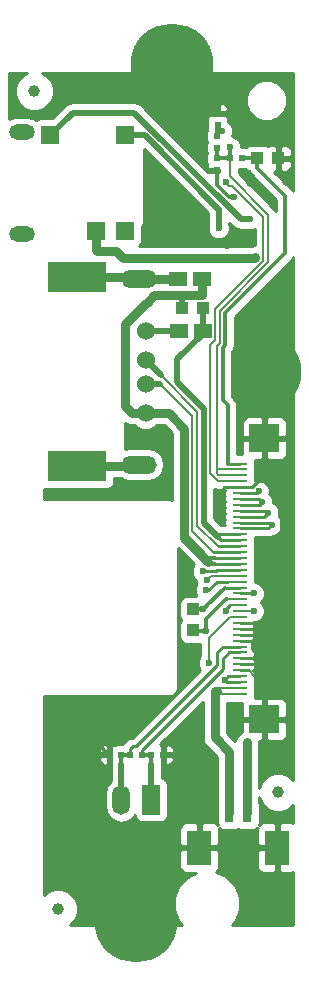
<source format=gbr>
G04 #@! TF.FileFunction,Copper,L1,Top,Signal*
%FSLAX46Y46*%
G04 Gerber Fmt 4.6, Leading zero omitted, Abs format (unit mm)*
G04 Created by KiCad (PCBNEW no-vcs-found-undefined) date Tue Nov  8 14:51:07 2016*
%MOMM*%
%LPD*%
G01*
G04 APERTURE LIST*
%ADD10C,0.600000*%
%ADD11R,1.300000X0.250000*%
%ADD12R,2.600000X2.400000*%
%ADD13C,0.900000*%
%ADD14C,7.000000*%
%ADD15C,6.000000*%
%ADD16R,0.800000X1.600000*%
%ADD17R,2.100000X3.000000*%
%ADD18C,1.000000*%
%ADD19R,1.016000X1.016000*%
%ADD20R,0.500000X0.550000*%
%ADD21R,1.524000X1.270000*%
%ADD22R,1.500000X2.500000*%
%ADD23O,1.500000X2.500000*%
%ADD24R,0.550000X0.500000*%
%ADD25O,2.200000X1.300000*%
%ADD26R,1.600000X1.530000*%
%ADD27R,2.400000X2.400000*%
%ADD28R,5.000000X2.600000*%
%ADD29C,1.524000*%
%ADD30O,3.000000X1.524000*%
%ADD31C,0.600000*%
%ADD32C,0.250000*%
%ADD33C,0.508000*%
%ADD34C,0.304800*%
%ADD35C,0.762000*%
%ADD36C,0.203200*%
%ADD37C,0.254000*%
G04 APERTURE END LIST*
D10*
D11*
X119750000Y-133750000D03*
X119750000Y-134250000D03*
X119750000Y-134750000D03*
X119750000Y-135250000D03*
X119750000Y-135750000D03*
X119750000Y-136250000D03*
X119750000Y-136750000D03*
X119750000Y-137250000D03*
X119750000Y-137750000D03*
X119750000Y-138250000D03*
X119750000Y-138750000D03*
X119750000Y-139250000D03*
X119750000Y-139750000D03*
X119750000Y-140250000D03*
X119750000Y-140750000D03*
X119750000Y-141250000D03*
X119750000Y-141750000D03*
X119750000Y-142250000D03*
X119750000Y-142750000D03*
X119750000Y-143250000D03*
X119750000Y-143750000D03*
X119750000Y-144250000D03*
X119750000Y-144750000D03*
X119750000Y-145250000D03*
X119750000Y-145750000D03*
X119750000Y-146250000D03*
X119750000Y-146750000D03*
X119750000Y-147250000D03*
X119750000Y-147750000D03*
X119750000Y-148250000D03*
X119750000Y-148750000D03*
X119750000Y-149250000D03*
X119750000Y-149750000D03*
X119750000Y-150250000D03*
X119750000Y-150750000D03*
X119750000Y-151250000D03*
X119750000Y-151750000D03*
X119750000Y-152250000D03*
X119750000Y-152750000D03*
X119750000Y-153250000D03*
D12*
X121850000Y-131600000D03*
X121850000Y-155400000D03*
D13*
X121650000Y-148000000D03*
X121600000Y-149300000D03*
X121650000Y-150550000D03*
X115750000Y-155850000D03*
X123799600Y-109804200D03*
X120700800Y-109931200D03*
X118643400Y-115189000D03*
X113842800Y-114884200D03*
X121615200Y-151739600D03*
X122800000Y-142000000D03*
X122800000Y-140900000D03*
X111125000Y-136118600D03*
D14*
X114000000Y-100000000D03*
X111000000Y-172500000D03*
D15*
X122000000Y-126000000D03*
D16*
X118884000Y-163367000D03*
X120384000Y-163367000D03*
D17*
X116334000Y-166267000D03*
X122934000Y-166267000D03*
D18*
X104394000Y-171458000D03*
X102362000Y-102235000D03*
X123012200Y-161594800D03*
D19*
X116636800Y-120599200D03*
X114858800Y-120599200D03*
D20*
X108712000Y-158419800D03*
X109728000Y-158419800D03*
X112268000Y-158419800D03*
X113284000Y-158419800D03*
X110490000Y-158419800D03*
X111506000Y-158419800D03*
D19*
X115800000Y-147889000D03*
X115800000Y-146111000D03*
D21*
X116560600Y-118135400D03*
X114528600Y-118135400D03*
X116611400Y-122504200D03*
X114579400Y-122504200D03*
D22*
X112268001Y-162229800D03*
D23*
X109728001Y-162229800D03*
D19*
X123012200Y-107899200D03*
X121234200Y-107899200D03*
D24*
X117856000Y-106045000D03*
X117856000Y-107061000D03*
X117856000Y-107899200D03*
X117856000Y-108915200D03*
X117881400Y-105130600D03*
X117881400Y-104114600D03*
D20*
X119938800Y-107899200D03*
X118922800Y-107899200D03*
D13*
X109067600Y-136093200D03*
D25*
X101300000Y-114300000D03*
X101300000Y-105700000D03*
D26*
X103700000Y-105935000D03*
X107550000Y-114065000D03*
X110050000Y-105935000D03*
X110050000Y-114065000D03*
D27*
X106400000Y-134000000D03*
D28*
X106000000Y-134000000D03*
X106000000Y-118000000D03*
D29*
X111800000Y-122500000D03*
X111800000Y-125000000D03*
X111800000Y-127000000D03*
X111800000Y-129500000D03*
D30*
X111200000Y-118150000D03*
X111200000Y-133850000D03*
D27*
X106400000Y-118000000D03*
D31*
X118050000Y-136150000D03*
X108800000Y-155200000D03*
X119253000Y-111226600D03*
X118287800Y-105613200D03*
X118560904Y-109937496D03*
X118948200Y-106984800D03*
X116898004Y-147898004D03*
X116681293Y-146087261D03*
X122483600Y-138958600D03*
X121664420Y-137034580D03*
X120588286Y-113080800D03*
X122166857Y-137914857D03*
X121081800Y-116281200D03*
X121350000Y-136100000D03*
X117967923Y-113834810D03*
X116616978Y-142879599D03*
X116956790Y-143649085D03*
X116866013Y-144477071D03*
X120950000Y-144750000D03*
X118599998Y-146200000D03*
X120950000Y-146250000D03*
X118500006Y-152050000D03*
X120396000Y-157353000D03*
X117133051Y-150633051D03*
D32*
X118750000Y-139750000D02*
X119750000Y-139750000D01*
X118750000Y-140250000D02*
X119750000Y-140250000D01*
X118750000Y-140250000D02*
X118182550Y-140250000D01*
X118182550Y-140250000D02*
X117883975Y-139951425D01*
X118750000Y-139750000D02*
X118085400Y-139750000D01*
X118085400Y-139750000D02*
X117883975Y-139951425D01*
D33*
X116611400Y-122504200D02*
X116611400Y-122783952D01*
X116611400Y-122783952D02*
X114452400Y-124942952D01*
X114452400Y-124942952D02*
X114452400Y-126866650D01*
X114452400Y-126866650D02*
X116706481Y-129120730D01*
X116706481Y-129120730D02*
X116706481Y-138773931D01*
X116706481Y-138773931D02*
X117883975Y-139951425D01*
X116636800Y-120599200D02*
X116636800Y-122478800D01*
X116636800Y-122478800D02*
X116611400Y-122504200D01*
D32*
X118750000Y-141750000D02*
X119750000Y-141750000D01*
X118750000Y-142250000D02*
X119750000Y-142250000D01*
D34*
X117700000Y-142250000D02*
X117256400Y-142250000D01*
D32*
X118750000Y-142250000D02*
X117700000Y-142250000D01*
D34*
X117700000Y-141750000D02*
X117112000Y-141750000D01*
D32*
X118750000Y-141750000D02*
X117700000Y-141750000D01*
D35*
X116476192Y-119447992D02*
X114960400Y-119447992D01*
X114960400Y-119447992D02*
X112539310Y-119447992D01*
D33*
X114858800Y-120599200D02*
X114858800Y-119549592D01*
X114858800Y-119549592D02*
X114960400Y-119447992D01*
D35*
X116538399Y-119510199D02*
X116476192Y-119447992D01*
X112539310Y-119447992D02*
X111865284Y-120122018D01*
X111865284Y-120122018D02*
X111846504Y-120122018D01*
X111846504Y-120122018D02*
X110032800Y-121935722D01*
X110032800Y-121935722D02*
X110032800Y-128879600D01*
X110032800Y-128879600D02*
X110653200Y-129500000D01*
X110653200Y-129500000D02*
X111800000Y-129500000D01*
X116560600Y-118135400D02*
X116560600Y-119510199D01*
X111800000Y-129500000D02*
X113777400Y-129500000D01*
X113777400Y-129500000D02*
X115065049Y-130787649D01*
X115065049Y-130787649D02*
X115065049Y-140030154D01*
X115065049Y-140030154D02*
X117083719Y-142048824D01*
D34*
X117256400Y-142250000D02*
X117112000Y-142067390D01*
X117112000Y-142067390D02*
X117112000Y-142105600D01*
D35*
X117112000Y-142054958D02*
X117112000Y-142067390D01*
D34*
X117112000Y-142105600D02*
X117112000Y-141750000D01*
X117112000Y-141750000D02*
X115189000Y-139827000D01*
X115189000Y-139827000D02*
X115189000Y-139808669D01*
X115189000Y-139808669D02*
X114993052Y-139612721D01*
D32*
X119750000Y-135750000D02*
X120774998Y-135750000D01*
X120774998Y-135750000D02*
X121274998Y-135250000D01*
X121274998Y-135250000D02*
X121800000Y-135250000D01*
X121800000Y-135250000D02*
X123249999Y-136699999D01*
X123249999Y-136699999D02*
X123249999Y-140450001D01*
X123249999Y-140450001D02*
X122800000Y-140900000D01*
X119750000Y-135750000D02*
X118450000Y-135750000D01*
X118450000Y-135750000D02*
X118050000Y-136150000D01*
X119750000Y-148750000D02*
X120650000Y-148750000D01*
X120655490Y-148744510D02*
X121000000Y-148744510D01*
X120650000Y-148750000D02*
X120655490Y-148744510D01*
X121000000Y-147750000D02*
X121000000Y-148250000D01*
X121000000Y-148250000D02*
X121000000Y-148744510D01*
X119750000Y-148250000D02*
X121000000Y-148250000D01*
X121000000Y-147250000D02*
X121000000Y-147750000D01*
X121000000Y-148744510D02*
X120963484Y-148781026D01*
X119750000Y-147750000D02*
X121000000Y-147750000D01*
X119750000Y-147250000D02*
X121000000Y-147250000D01*
X119750000Y-150250000D02*
X121453800Y-150250000D01*
X121453800Y-150250000D02*
X121615200Y-150088600D01*
X119750000Y-150750000D02*
X121362200Y-150750000D01*
X119750000Y-151250000D02*
X120527070Y-151250000D01*
X120527070Y-151250000D02*
X120534070Y-151257000D01*
X108712000Y-158419800D02*
X108712000Y-155288000D01*
X108712000Y-155288000D02*
X108800000Y-155200000D01*
D36*
X120534070Y-151257000D02*
X120978804Y-151701734D01*
X120978804Y-151701734D02*
X120978804Y-151739600D01*
X120978804Y-151739600D02*
X121615200Y-151739600D01*
D33*
X117881400Y-104114600D02*
X117856400Y-104114600D01*
X117856400Y-104114600D02*
X114000000Y-100258200D01*
X114000000Y-100258200D02*
X114000000Y-100000000D01*
D34*
X117856000Y-108915200D02*
X117856000Y-110198146D01*
X118884454Y-111226600D02*
X119253000Y-111226600D01*
X117856000Y-110198146D02*
X118884454Y-111226600D01*
D33*
X121615200Y-150088600D02*
X121615200Y-151003000D01*
X121615200Y-151003000D02*
X121615200Y-151739600D01*
X121362200Y-150750000D02*
X121615200Y-151003000D01*
X120963484Y-149436884D02*
X121615200Y-150088600D01*
X120963484Y-148781026D02*
X120963484Y-149436884D01*
D32*
X123367800Y-127367800D02*
X122000000Y-126000000D01*
X104500000Y-153408600D02*
X104500000Y-154258600D01*
X104500000Y-154258600D02*
X108661200Y-158419800D01*
X108661200Y-158419800D02*
X108712000Y-158419800D01*
X117850000Y-149750000D02*
X117850000Y-150800000D01*
X117850000Y-150800000D02*
X110950000Y-157700000D01*
X110950000Y-157700000D02*
X110684800Y-157700000D01*
X119750000Y-149250000D02*
X118350000Y-149250000D01*
X118350000Y-149250000D02*
X117850000Y-149750000D01*
X110684800Y-157700000D02*
X110490000Y-157894800D01*
X110490000Y-157894800D02*
X110490000Y-158419800D01*
D34*
X110490000Y-158419800D02*
X110490000Y-158394800D01*
X109728000Y-158419800D02*
X109728000Y-158999600D01*
X109728000Y-158999600D02*
X109728000Y-159232600D01*
X110490000Y-158419800D02*
X109728000Y-158419800D01*
D33*
X109728000Y-160471799D02*
X109728000Y-159232600D01*
X109728001Y-162229800D02*
X109728000Y-160471799D01*
D32*
X119750000Y-149750000D02*
X118850000Y-149750000D01*
X118850000Y-149750000D02*
X118335187Y-150264813D01*
X118335187Y-150264813D02*
X118335187Y-151160508D01*
X118335187Y-151160508D02*
X111506000Y-157989694D01*
X111506000Y-157989694D02*
X111506000Y-158419800D01*
D34*
X112268000Y-158419800D02*
X112268000Y-159232600D01*
X111506000Y-158419800D02*
X112268000Y-158419800D01*
D33*
X112268000Y-160471799D02*
X112268000Y-159232600D01*
X112268001Y-162229800D02*
X112268000Y-160471799D01*
D34*
X118750001Y-128809974D02*
X118750000Y-133750000D01*
X118755218Y-128804758D02*
X118750001Y-128809974D01*
X118532223Y-123735553D02*
X118301483Y-123966293D01*
X118532223Y-121017777D02*
X118532223Y-123735553D01*
X121234200Y-108712000D02*
X123601373Y-111079173D01*
X123601373Y-115948627D02*
X118532223Y-121017777D01*
X118301483Y-123966293D02*
X118301483Y-128351024D01*
X121234200Y-107899200D02*
X121234200Y-108712000D01*
X118301483Y-128351024D02*
X118755218Y-128804758D01*
X123601373Y-111079173D02*
X123601373Y-115948627D01*
D32*
X119750000Y-133750000D02*
X118750000Y-133750000D01*
D34*
X119938800Y-107899200D02*
X121234200Y-107899200D01*
D36*
X117932118Y-135250000D02*
X118896800Y-135250000D01*
X118896800Y-135250000D02*
X119750000Y-135250000D01*
X118560904Y-109937496D02*
X118860903Y-110237495D01*
X117675001Y-120653355D02*
X117675001Y-123312705D01*
X117262091Y-123725615D02*
X117262091Y-134579973D01*
X121764409Y-112874409D02*
X121764409Y-116563947D01*
X118860903Y-110237495D02*
X119127495Y-110237495D01*
X119127495Y-110237495D02*
X121764409Y-112874409D01*
X117262091Y-134579973D02*
X117932118Y-135250000D01*
X121764409Y-116563947D02*
X117675001Y-120653355D01*
X117675001Y-123312705D02*
X117262091Y-123725615D01*
D34*
X117856000Y-106045000D02*
X117856000Y-105613200D01*
X117856000Y-105613200D02*
X117856000Y-105156000D01*
D36*
X118287800Y-105613200D02*
X117856000Y-105613200D01*
D34*
X117856000Y-105156000D02*
X117881400Y-105130600D01*
D36*
X122167620Y-112693420D02*
X118922800Y-109448600D01*
X118078212Y-123547496D02*
X118078212Y-120820370D01*
X117798399Y-134151599D02*
X117798399Y-123827309D01*
X122167620Y-116730962D02*
X122167620Y-112693420D01*
X118922800Y-109448600D02*
X118922800Y-108377400D01*
X117798399Y-123827309D02*
X118078212Y-123547496D01*
X118078212Y-120820370D02*
X122167620Y-116730962D01*
X118922800Y-108377400D02*
X118922800Y-107899200D01*
X118750000Y-134250000D02*
X119750000Y-134250000D01*
X118750000Y-134750000D02*
X119750000Y-134750000D01*
X117948542Y-134696200D02*
X117798399Y-134546057D01*
X117798399Y-134546057D02*
X117798399Y-134151599D01*
X118011400Y-134750000D02*
X117957600Y-134696200D01*
X117957600Y-134696200D02*
X117948542Y-134696200D01*
X118750000Y-134750000D02*
X118011400Y-134750000D01*
X118750000Y-134250000D02*
X117896800Y-134250000D01*
X117896800Y-134250000D02*
X117798399Y-134151599D01*
D34*
X118922800Y-107899200D02*
X118922800Y-107010200D01*
X118922800Y-107010200D02*
X118948200Y-106984800D01*
X117856000Y-107899200D02*
X117856000Y-107061000D01*
X118922800Y-107899200D02*
X117856000Y-107899200D01*
X116898004Y-147898004D02*
X115809004Y-147898004D01*
X115809004Y-147898004D02*
X115800000Y-147889000D01*
X116898004Y-147898004D02*
X116898004Y-146936440D01*
X116898004Y-146936440D02*
X118584444Y-145250000D01*
X118584444Y-145250000D02*
X118659628Y-145250000D01*
D36*
X118896800Y-145250000D02*
X119750000Y-145250000D01*
X118659628Y-145250000D02*
X118896800Y-145250000D01*
D34*
X116681293Y-146087261D02*
X116981292Y-145787262D01*
X116981292Y-145787262D02*
X116981292Y-145768708D01*
X116981292Y-145768708D02*
X118500000Y-144250000D01*
X115800000Y-146111000D02*
X116657554Y-146111000D01*
X116657554Y-146111000D02*
X116681293Y-146087261D01*
D32*
X118500000Y-144250000D02*
X119750000Y-144250000D01*
X119750000Y-139250000D02*
X122192200Y-139250000D01*
X122192200Y-139250000D02*
X122483600Y-138958600D01*
X119750000Y-138750000D02*
X122275000Y-138750000D01*
X122275000Y-138750000D02*
X122483600Y-138958600D01*
D33*
X120164022Y-113080800D02*
X120588286Y-113080800D01*
X110831403Y-104063800D02*
X119848403Y-113080800D01*
X105606200Y-104063800D02*
X110831403Y-104063800D01*
X103735000Y-105935000D02*
X105606200Y-104063800D01*
X103700000Y-105935000D02*
X103735000Y-105935000D01*
X119848403Y-113080800D02*
X120164022Y-113080800D01*
D32*
X119750000Y-137250000D02*
X121449000Y-137250000D01*
X121449000Y-137250000D02*
X121664420Y-137034580D01*
X119750000Y-136750000D02*
X121379840Y-136750000D01*
X121379840Y-136750000D02*
X121664420Y-137034580D01*
D33*
X104150000Y-105935000D02*
X104185000Y-105935000D01*
D32*
X119750000Y-138250000D02*
X121831714Y-138250000D01*
X121831714Y-138250000D02*
X122166857Y-137914857D01*
X119750000Y-137750000D02*
X122002000Y-137750000D01*
X122002000Y-137750000D02*
X122166857Y-137914857D01*
D35*
X107708000Y-115792000D02*
X107550000Y-115634000D01*
X107550000Y-115634000D02*
X107550000Y-114065000D01*
X109312000Y-115792000D02*
X107708000Y-115792000D01*
X121081800Y-116281200D02*
X121031000Y-116332000D01*
X121031000Y-116332000D02*
X109852000Y-116332000D01*
X109852000Y-116332000D02*
X109312000Y-115792000D01*
D33*
X117950000Y-112200000D02*
X117967923Y-112217923D01*
X111701327Y-105935000D02*
X117950000Y-112183673D01*
X117950000Y-112183673D02*
X117950000Y-112200000D01*
X117967923Y-112217923D02*
X117967923Y-113834810D01*
D32*
X121200000Y-136250000D02*
X121350000Y-136100000D01*
X119750000Y-136250000D02*
X121200000Y-136250000D01*
D33*
X111701327Y-105935000D02*
X110050000Y-105935000D01*
X110500000Y-105935000D02*
X111701327Y-105935000D01*
X111800000Y-122500000D02*
X114575200Y-122500000D01*
X114575200Y-122500000D02*
X114579400Y-122504200D01*
D32*
X118750000Y-142750000D02*
X119750000Y-142750000D01*
X118750000Y-142750000D02*
X117850000Y-142750000D01*
X117776610Y-142823390D02*
X116673187Y-142823390D01*
X117850000Y-142750000D02*
X117776610Y-142823390D01*
X116673187Y-142823390D02*
X116616978Y-142879599D01*
D36*
X118750000Y-143250000D02*
X119750000Y-143250000D01*
X117355875Y-143250000D02*
X117256789Y-143349086D01*
X118750000Y-143250000D02*
X117355875Y-143250000D01*
X117256789Y-143349086D02*
X116956790Y-143649085D01*
X118750000Y-143250000D02*
X117506400Y-143250000D01*
X118750000Y-143750000D02*
X119750000Y-143750000D01*
D32*
X117800335Y-143750000D02*
X117073264Y-144477071D01*
X118750000Y-143750000D02*
X117800335Y-143750000D01*
X117073264Y-144477071D02*
X116866013Y-144477071D01*
D36*
X118750000Y-143750000D02*
X117896800Y-143750000D01*
D32*
X120950000Y-144750000D02*
X119750000Y-144750000D01*
X118896800Y-145753200D02*
X118599998Y-146050002D01*
X118599998Y-146050002D02*
X118599998Y-146200000D01*
X118896800Y-145750000D02*
X118896800Y-145753200D01*
D36*
X118896800Y-145750000D02*
X119750000Y-145750000D01*
X120950000Y-146250000D02*
X119750000Y-146250000D01*
D32*
X117896800Y-140750000D02*
X118800000Y-140750000D01*
X118800000Y-140750000D02*
X119750000Y-140750000D01*
D36*
X116150871Y-129350871D02*
X116150871Y-139004071D01*
X116150871Y-139004071D02*
X117896800Y-140750000D01*
X113080800Y-126280800D02*
X116150871Y-129350871D01*
D33*
X111800000Y-125000000D02*
X112561999Y-125761999D01*
X112561999Y-125761999D02*
X113080800Y-126280800D01*
D32*
X118750000Y-141250000D02*
X119750000Y-141250000D01*
X118750000Y-141250000D02*
X117518711Y-141250000D01*
D36*
X115747660Y-139478949D02*
X117518711Y-141250000D01*
X115747660Y-129768460D02*
X115747660Y-139478949D01*
X112979200Y-127000000D02*
X115747660Y-129768460D01*
D33*
X111800000Y-127000000D02*
X112979200Y-127000000D01*
D32*
X119750000Y-152250000D02*
X118700006Y-152250000D01*
X118700006Y-152250000D02*
X118500006Y-152050000D01*
X119750000Y-151750000D02*
X118800006Y-151750000D01*
X118800006Y-151750000D02*
X118500006Y-152050000D01*
D35*
X120384000Y-163367000D02*
X120384000Y-157365000D01*
X120384000Y-157365000D02*
X120396000Y-157353000D01*
D36*
X119750000Y-153250000D02*
X117893200Y-153250000D01*
X117893200Y-153250000D02*
X117856000Y-153212800D01*
X117856000Y-153212800D02*
X117856000Y-152984200D01*
X119750000Y-152750000D02*
X117896800Y-152750000D01*
X117896800Y-152750000D02*
X117856000Y-152790800D01*
X117856000Y-152790800D02*
X117856000Y-152984200D01*
D35*
X117627400Y-156946600D02*
X118884000Y-158203200D01*
X118884000Y-158203200D02*
X118884000Y-163367000D01*
X117627400Y-153060400D02*
X117627400Y-156946600D01*
X117703600Y-152984200D02*
X117627400Y-153060400D01*
X117856000Y-152984200D02*
X117703600Y-152984200D01*
D36*
X117133051Y-148513749D02*
X117133051Y-150208787D01*
X119750000Y-146750000D02*
X118896800Y-146750000D01*
X117133051Y-150208787D02*
X117133051Y-150633051D01*
X118896800Y-146750000D02*
X117133051Y-148513749D01*
D35*
X111200000Y-118150000D02*
X114514000Y-118150000D01*
X114514000Y-118150000D02*
X114528600Y-118135400D01*
X106400000Y-134000000D02*
X111050000Y-134000000D01*
X111050000Y-134000000D02*
X111200000Y-133850000D01*
X106400000Y-118000000D02*
X111050000Y-118000000D01*
X111050000Y-118000000D02*
X111200000Y-118150000D01*
D37*
G36*
X115886110Y-142288055D02*
X115824786Y-142349272D01*
X115682140Y-142692800D01*
X115681816Y-143064766D01*
X115823861Y-143408542D01*
X116021826Y-143606853D01*
X116021628Y-143834252D01*
X116070958Y-143953639D01*
X115931175Y-144290272D01*
X115930851Y-144662238D01*
X116052049Y-144955560D01*
X115292000Y-144955560D01*
X115044235Y-145004843D01*
X114834191Y-145145191D01*
X114693843Y-145355235D01*
X114644560Y-145603000D01*
X114644560Y-146619000D01*
X114693843Y-146866765D01*
X114782868Y-147000000D01*
X114693843Y-147133235D01*
X114644560Y-147381000D01*
X114644560Y-148397000D01*
X114693843Y-148644765D01*
X114834191Y-148854809D01*
X115044235Y-148995157D01*
X115292000Y-149044440D01*
X116308000Y-149044440D01*
X116396451Y-149026846D01*
X116396451Y-150047229D01*
X116340859Y-150102724D01*
X116198213Y-150446252D01*
X116197889Y-150818218D01*
X116339934Y-151161994D01*
X116376537Y-151198661D01*
X110622882Y-156952316D01*
X110393961Y-156997852D01*
X110147399Y-157162599D01*
X109952599Y-157357399D01*
X109859080Y-157497360D01*
X109478000Y-157497360D01*
X109230235Y-157546643D01*
X109209961Y-157560190D01*
X109088309Y-157509800D01*
X108995750Y-157509800D01*
X108837000Y-157668550D01*
X108837000Y-158112424D01*
X108830560Y-158144800D01*
X108830560Y-158694800D01*
X108837000Y-158727176D01*
X108837000Y-159171050D01*
X108848880Y-159182930D01*
X108839000Y-159232600D01*
X108839000Y-160653163D01*
X108748658Y-160713528D01*
X108448428Y-161162854D01*
X108343001Y-161692871D01*
X108343001Y-162766729D01*
X108448428Y-163296746D01*
X108748658Y-163746072D01*
X109197984Y-164046302D01*
X109728001Y-164151729D01*
X110258018Y-164046302D01*
X110707344Y-163746072D01*
X110873933Y-163496754D01*
X110919844Y-163727565D01*
X111060192Y-163937609D01*
X111270236Y-164077957D01*
X111518001Y-164127240D01*
X113018001Y-164127240D01*
X113265766Y-164077957D01*
X113475810Y-163937609D01*
X113616158Y-163727565D01*
X113665441Y-163479800D01*
X113665441Y-160979800D01*
X113616158Y-160732035D01*
X113475810Y-160521991D01*
X113265766Y-160381643D01*
X113157000Y-160360008D01*
X113157000Y-159232600D01*
X113147120Y-159182930D01*
X113159000Y-159171050D01*
X113159000Y-158727176D01*
X113165440Y-158694800D01*
X113165440Y-158546800D01*
X113409000Y-158546800D01*
X113409000Y-159171050D01*
X113567750Y-159329800D01*
X113660309Y-159329800D01*
X113893698Y-159233127D01*
X114072327Y-159054499D01*
X114169000Y-158821110D01*
X114169000Y-158705550D01*
X114010250Y-158546800D01*
X113409000Y-158546800D01*
X113165440Y-158546800D01*
X113165440Y-158144800D01*
X113159000Y-158112424D01*
X113159000Y-157668550D01*
X113409000Y-157668550D01*
X113409000Y-158292800D01*
X114010250Y-158292800D01*
X114169000Y-158134050D01*
X114169000Y-158018490D01*
X114072327Y-157785101D01*
X113893698Y-157606473D01*
X113660309Y-157509800D01*
X113567750Y-157509800D01*
X113409000Y-157668550D01*
X113159000Y-157668550D01*
X113030473Y-157540023D01*
X116611400Y-153959097D01*
X116611400Y-156946600D01*
X116649537Y-157138327D01*
X116688738Y-157335407D01*
X116908980Y-157665020D01*
X117868000Y-158624041D01*
X117868000Y-162408939D01*
X117836560Y-162567000D01*
X117836560Y-164167000D01*
X117874931Y-164359905D01*
X117743698Y-164228673D01*
X117510309Y-164132000D01*
X116619750Y-164132000D01*
X116461000Y-164290750D01*
X116461000Y-166140000D01*
X117860250Y-166140000D01*
X118019000Y-165981250D01*
X118019000Y-164640690D01*
X117989965Y-164570593D01*
X118026191Y-164624809D01*
X118236235Y-164765157D01*
X118484000Y-164814440D01*
X119284000Y-164814440D01*
X119531765Y-164765157D01*
X119634000Y-164696845D01*
X119736235Y-164765157D01*
X119984000Y-164814440D01*
X120784000Y-164814440D01*
X121031765Y-164765157D01*
X121241809Y-164624809D01*
X121278035Y-164570593D01*
X121249000Y-164640690D01*
X121249000Y-165981250D01*
X121407750Y-166140000D01*
X122807000Y-166140000D01*
X122807000Y-164290750D01*
X122648250Y-164132000D01*
X121757691Y-164132000D01*
X121524302Y-164228673D01*
X121393069Y-164359905D01*
X121431440Y-164167000D01*
X121431440Y-162567000D01*
X121400000Y-162408939D01*
X121400000Y-161995408D01*
X121618520Y-162524269D01*
X122080300Y-162986855D01*
X122683953Y-163237514D01*
X123337579Y-163238084D01*
X123941669Y-162988480D01*
X124290000Y-162640756D01*
X124290000Y-164206431D01*
X124110309Y-164132000D01*
X123219750Y-164132000D01*
X123061000Y-164290750D01*
X123061000Y-166140000D01*
X123081000Y-166140000D01*
X123081000Y-166394000D01*
X123061000Y-166394000D01*
X123061000Y-168243250D01*
X123219750Y-168402000D01*
X124110309Y-168402000D01*
X124290000Y-168327569D01*
X124290000Y-172790000D01*
X119137576Y-172790000D01*
X119352854Y-172575098D01*
X119776517Y-171554803D01*
X119777481Y-170450044D01*
X119355599Y-169429011D01*
X118575098Y-168647146D01*
X117746106Y-168302919D01*
X117922327Y-168126699D01*
X118019000Y-167893310D01*
X118019000Y-166552750D01*
X121249000Y-166552750D01*
X121249000Y-167893310D01*
X121345673Y-168126699D01*
X121524302Y-168305327D01*
X121757691Y-168402000D01*
X122648250Y-168402000D01*
X122807000Y-168243250D01*
X122807000Y-166394000D01*
X121407750Y-166394000D01*
X121249000Y-166552750D01*
X118019000Y-166552750D01*
X117860250Y-166394000D01*
X116461000Y-166394000D01*
X116461000Y-166414000D01*
X116207000Y-166414000D01*
X116207000Y-166394000D01*
X114807750Y-166394000D01*
X114649000Y-166552750D01*
X114649000Y-167893310D01*
X114745673Y-168126699D01*
X114924302Y-168305327D01*
X115157691Y-168402000D01*
X116015667Y-168402000D01*
X115429011Y-168644401D01*
X114647146Y-169424902D01*
X114223483Y-170445197D01*
X114222519Y-171549956D01*
X114644401Y-172570989D01*
X114863030Y-172790000D01*
X105385257Y-172790000D01*
X105786055Y-172389900D01*
X106036714Y-171786247D01*
X106037284Y-171132621D01*
X105787680Y-170528531D01*
X105325900Y-170065945D01*
X104722247Y-169815286D01*
X104068621Y-169814716D01*
X103464531Y-170064320D01*
X103210000Y-170318408D01*
X103210000Y-164640690D01*
X114649000Y-164640690D01*
X114649000Y-165981250D01*
X114807750Y-166140000D01*
X116207000Y-166140000D01*
X116207000Y-164290750D01*
X116048250Y-164132000D01*
X115157691Y-164132000D01*
X114924302Y-164228673D01*
X114745673Y-164407301D01*
X114649000Y-164640690D01*
X103210000Y-164640690D01*
X103210000Y-158705550D01*
X107827000Y-158705550D01*
X107827000Y-158821110D01*
X107923673Y-159054499D01*
X108102302Y-159233127D01*
X108335691Y-159329800D01*
X108428250Y-159329800D01*
X108587000Y-159171050D01*
X108587000Y-158546800D01*
X107985750Y-158546800D01*
X107827000Y-158705550D01*
X103210000Y-158705550D01*
X103210000Y-158018490D01*
X107827000Y-158018490D01*
X107827000Y-158134050D01*
X107985750Y-158292800D01*
X108587000Y-158292800D01*
X108587000Y-157668550D01*
X108428250Y-157509800D01*
X108335691Y-157509800D01*
X108102302Y-157606473D01*
X107923673Y-157785101D01*
X107827000Y-158018490D01*
X103210000Y-158018490D01*
X103210000Y-153460000D01*
X113800000Y-153460000D01*
X114071705Y-153405954D01*
X114302046Y-153252046D01*
X114455954Y-153021705D01*
X114510000Y-152750000D01*
X114510000Y-140911945D01*
X115886110Y-142288055D01*
X115886110Y-142288055D01*
G37*
X115886110Y-142288055D02*
X115824786Y-142349272D01*
X115682140Y-142692800D01*
X115681816Y-143064766D01*
X115823861Y-143408542D01*
X116021826Y-143606853D01*
X116021628Y-143834252D01*
X116070958Y-143953639D01*
X115931175Y-144290272D01*
X115930851Y-144662238D01*
X116052049Y-144955560D01*
X115292000Y-144955560D01*
X115044235Y-145004843D01*
X114834191Y-145145191D01*
X114693843Y-145355235D01*
X114644560Y-145603000D01*
X114644560Y-146619000D01*
X114693843Y-146866765D01*
X114782868Y-147000000D01*
X114693843Y-147133235D01*
X114644560Y-147381000D01*
X114644560Y-148397000D01*
X114693843Y-148644765D01*
X114834191Y-148854809D01*
X115044235Y-148995157D01*
X115292000Y-149044440D01*
X116308000Y-149044440D01*
X116396451Y-149026846D01*
X116396451Y-150047229D01*
X116340859Y-150102724D01*
X116198213Y-150446252D01*
X116197889Y-150818218D01*
X116339934Y-151161994D01*
X116376537Y-151198661D01*
X110622882Y-156952316D01*
X110393961Y-156997852D01*
X110147399Y-157162599D01*
X109952599Y-157357399D01*
X109859080Y-157497360D01*
X109478000Y-157497360D01*
X109230235Y-157546643D01*
X109209961Y-157560190D01*
X109088309Y-157509800D01*
X108995750Y-157509800D01*
X108837000Y-157668550D01*
X108837000Y-158112424D01*
X108830560Y-158144800D01*
X108830560Y-158694800D01*
X108837000Y-158727176D01*
X108837000Y-159171050D01*
X108848880Y-159182930D01*
X108839000Y-159232600D01*
X108839000Y-160653163D01*
X108748658Y-160713528D01*
X108448428Y-161162854D01*
X108343001Y-161692871D01*
X108343001Y-162766729D01*
X108448428Y-163296746D01*
X108748658Y-163746072D01*
X109197984Y-164046302D01*
X109728001Y-164151729D01*
X110258018Y-164046302D01*
X110707344Y-163746072D01*
X110873933Y-163496754D01*
X110919844Y-163727565D01*
X111060192Y-163937609D01*
X111270236Y-164077957D01*
X111518001Y-164127240D01*
X113018001Y-164127240D01*
X113265766Y-164077957D01*
X113475810Y-163937609D01*
X113616158Y-163727565D01*
X113665441Y-163479800D01*
X113665441Y-160979800D01*
X113616158Y-160732035D01*
X113475810Y-160521991D01*
X113265766Y-160381643D01*
X113157000Y-160360008D01*
X113157000Y-159232600D01*
X113147120Y-159182930D01*
X113159000Y-159171050D01*
X113159000Y-158727176D01*
X113165440Y-158694800D01*
X113165440Y-158546800D01*
X113409000Y-158546800D01*
X113409000Y-159171050D01*
X113567750Y-159329800D01*
X113660309Y-159329800D01*
X113893698Y-159233127D01*
X114072327Y-159054499D01*
X114169000Y-158821110D01*
X114169000Y-158705550D01*
X114010250Y-158546800D01*
X113409000Y-158546800D01*
X113165440Y-158546800D01*
X113165440Y-158144800D01*
X113159000Y-158112424D01*
X113159000Y-157668550D01*
X113409000Y-157668550D01*
X113409000Y-158292800D01*
X114010250Y-158292800D01*
X114169000Y-158134050D01*
X114169000Y-158018490D01*
X114072327Y-157785101D01*
X113893698Y-157606473D01*
X113660309Y-157509800D01*
X113567750Y-157509800D01*
X113409000Y-157668550D01*
X113159000Y-157668550D01*
X113030473Y-157540023D01*
X116611400Y-153959097D01*
X116611400Y-156946600D01*
X116649537Y-157138327D01*
X116688738Y-157335407D01*
X116908980Y-157665020D01*
X117868000Y-158624041D01*
X117868000Y-162408939D01*
X117836560Y-162567000D01*
X117836560Y-164167000D01*
X117874931Y-164359905D01*
X117743698Y-164228673D01*
X117510309Y-164132000D01*
X116619750Y-164132000D01*
X116461000Y-164290750D01*
X116461000Y-166140000D01*
X117860250Y-166140000D01*
X118019000Y-165981250D01*
X118019000Y-164640690D01*
X117989965Y-164570593D01*
X118026191Y-164624809D01*
X118236235Y-164765157D01*
X118484000Y-164814440D01*
X119284000Y-164814440D01*
X119531765Y-164765157D01*
X119634000Y-164696845D01*
X119736235Y-164765157D01*
X119984000Y-164814440D01*
X120784000Y-164814440D01*
X121031765Y-164765157D01*
X121241809Y-164624809D01*
X121278035Y-164570593D01*
X121249000Y-164640690D01*
X121249000Y-165981250D01*
X121407750Y-166140000D01*
X122807000Y-166140000D01*
X122807000Y-164290750D01*
X122648250Y-164132000D01*
X121757691Y-164132000D01*
X121524302Y-164228673D01*
X121393069Y-164359905D01*
X121431440Y-164167000D01*
X121431440Y-162567000D01*
X121400000Y-162408939D01*
X121400000Y-161995408D01*
X121618520Y-162524269D01*
X122080300Y-162986855D01*
X122683953Y-163237514D01*
X123337579Y-163238084D01*
X123941669Y-162988480D01*
X124290000Y-162640756D01*
X124290000Y-164206431D01*
X124110309Y-164132000D01*
X123219750Y-164132000D01*
X123061000Y-164290750D01*
X123061000Y-166140000D01*
X123081000Y-166140000D01*
X123081000Y-166394000D01*
X123061000Y-166394000D01*
X123061000Y-168243250D01*
X123219750Y-168402000D01*
X124110309Y-168402000D01*
X124290000Y-168327569D01*
X124290000Y-172790000D01*
X119137576Y-172790000D01*
X119352854Y-172575098D01*
X119776517Y-171554803D01*
X119777481Y-170450044D01*
X119355599Y-169429011D01*
X118575098Y-168647146D01*
X117746106Y-168302919D01*
X117922327Y-168126699D01*
X118019000Y-167893310D01*
X118019000Y-166552750D01*
X121249000Y-166552750D01*
X121249000Y-167893310D01*
X121345673Y-168126699D01*
X121524302Y-168305327D01*
X121757691Y-168402000D01*
X122648250Y-168402000D01*
X122807000Y-168243250D01*
X122807000Y-166394000D01*
X121407750Y-166394000D01*
X121249000Y-166552750D01*
X118019000Y-166552750D01*
X117860250Y-166394000D01*
X116461000Y-166394000D01*
X116461000Y-166414000D01*
X116207000Y-166414000D01*
X116207000Y-166394000D01*
X114807750Y-166394000D01*
X114649000Y-166552750D01*
X114649000Y-167893310D01*
X114745673Y-168126699D01*
X114924302Y-168305327D01*
X115157691Y-168402000D01*
X116015667Y-168402000D01*
X115429011Y-168644401D01*
X114647146Y-169424902D01*
X114223483Y-170445197D01*
X114222519Y-171549956D01*
X114644401Y-172570989D01*
X114863030Y-172790000D01*
X105385257Y-172790000D01*
X105786055Y-172389900D01*
X106036714Y-171786247D01*
X106037284Y-171132621D01*
X105787680Y-170528531D01*
X105325900Y-170065945D01*
X104722247Y-169815286D01*
X104068621Y-169814716D01*
X103464531Y-170064320D01*
X103210000Y-170318408D01*
X103210000Y-164640690D01*
X114649000Y-164640690D01*
X114649000Y-165981250D01*
X114807750Y-166140000D01*
X116207000Y-166140000D01*
X116207000Y-164290750D01*
X116048250Y-164132000D01*
X115157691Y-164132000D01*
X114924302Y-164228673D01*
X114745673Y-164407301D01*
X114649000Y-164640690D01*
X103210000Y-164640690D01*
X103210000Y-158705550D01*
X107827000Y-158705550D01*
X107827000Y-158821110D01*
X107923673Y-159054499D01*
X108102302Y-159233127D01*
X108335691Y-159329800D01*
X108428250Y-159329800D01*
X108587000Y-159171050D01*
X108587000Y-158546800D01*
X107985750Y-158546800D01*
X107827000Y-158705550D01*
X103210000Y-158705550D01*
X103210000Y-158018490D01*
X107827000Y-158018490D01*
X107827000Y-158134050D01*
X107985750Y-158292800D01*
X108587000Y-158292800D01*
X108587000Y-157668550D01*
X108428250Y-157509800D01*
X108335691Y-157509800D01*
X108102302Y-157606473D01*
X107923673Y-157785101D01*
X107827000Y-158018490D01*
X103210000Y-158018490D01*
X103210000Y-153460000D01*
X113800000Y-153460000D01*
X114071705Y-153405954D01*
X114302046Y-153252046D01*
X114455954Y-153021705D01*
X114510000Y-152750000D01*
X114510000Y-140911945D01*
X115886110Y-142288055D01*
G36*
X124290000Y-160549249D02*
X123944100Y-160202745D01*
X123340447Y-159952086D01*
X122686821Y-159951516D01*
X122082731Y-160201120D01*
X121620145Y-160662900D01*
X121400000Y-161193067D01*
X121400000Y-157413328D01*
X121412000Y-157353000D01*
X121388528Y-157235000D01*
X121564250Y-157235000D01*
X121723000Y-157076250D01*
X121723000Y-155527000D01*
X121977000Y-155527000D01*
X121977000Y-157076250D01*
X122135750Y-157235000D01*
X123276310Y-157235000D01*
X123509699Y-157138327D01*
X123688327Y-156959698D01*
X123785000Y-156726309D01*
X123785000Y-155685750D01*
X123626250Y-155527000D01*
X121977000Y-155527000D01*
X121723000Y-155527000D01*
X120073750Y-155527000D01*
X119915000Y-155685750D01*
X119915000Y-156475940D01*
X119677580Y-156634579D01*
X119665580Y-156646580D01*
X119445338Y-156976193D01*
X119445338Y-156976194D01*
X119387020Y-157269379D01*
X118643400Y-156525760D01*
X118643400Y-153986600D01*
X118919818Y-153986600D01*
X119100000Y-154022440D01*
X119936229Y-154022440D01*
X119915000Y-154073691D01*
X119915000Y-155114250D01*
X120073750Y-155273000D01*
X121723000Y-155273000D01*
X121723000Y-153723750D01*
X121977000Y-153723750D01*
X121977000Y-155273000D01*
X123626250Y-155273000D01*
X123785000Y-155114250D01*
X123785000Y-154073691D01*
X123688327Y-153840302D01*
X123509699Y-153661673D01*
X123276310Y-153565000D01*
X122135750Y-153565000D01*
X121977000Y-153723750D01*
X121723000Y-153723750D01*
X121564250Y-153565000D01*
X121009647Y-153565000D01*
X121047440Y-153375000D01*
X121047440Y-153125000D01*
X121022576Y-153000000D01*
X121047440Y-152875000D01*
X121047440Y-152625000D01*
X121022576Y-152500000D01*
X121047440Y-152375000D01*
X121047440Y-152125000D01*
X121022576Y-152000000D01*
X121047440Y-151875000D01*
X121047440Y-151625000D01*
X121026783Y-151521147D01*
X121035000Y-151501309D01*
X121035000Y-151471250D01*
X121012353Y-151448603D01*
X120998157Y-151377235D01*
X120917100Y-151255925D01*
X120938327Y-151234698D01*
X121015596Y-151048154D01*
X121035000Y-151028750D01*
X121035000Y-150971250D01*
X121015596Y-150951846D01*
X120938327Y-150765302D01*
X120923025Y-150750000D01*
X120938327Y-150734698D01*
X121015596Y-150548154D01*
X121035000Y-150528750D01*
X121035000Y-150471250D01*
X121015596Y-150451846D01*
X120938327Y-150265302D01*
X120917100Y-150244075D01*
X120998157Y-150122765D01*
X121012353Y-150051397D01*
X121035000Y-150028750D01*
X121035000Y-149998691D01*
X121026783Y-149978853D01*
X121047440Y-149875000D01*
X121047440Y-149625000D01*
X121022576Y-149500000D01*
X121047440Y-149375000D01*
X121047440Y-149125000D01*
X121026783Y-149021147D01*
X121035000Y-149001309D01*
X121035000Y-148971250D01*
X121012353Y-148948603D01*
X120998157Y-148877235D01*
X120917100Y-148755925D01*
X120938327Y-148734698D01*
X121015596Y-148548154D01*
X121035000Y-148528750D01*
X121035000Y-148471250D01*
X121015596Y-148451846D01*
X120938327Y-148265302D01*
X120923025Y-148250000D01*
X120938327Y-148234698D01*
X121015596Y-148048154D01*
X121035000Y-148028750D01*
X121035000Y-147971250D01*
X121015596Y-147951846D01*
X120938327Y-147765302D01*
X120923025Y-147750000D01*
X120938327Y-147734698D01*
X121015596Y-147548154D01*
X121035000Y-147528750D01*
X121035000Y-147471250D01*
X121015596Y-147451846D01*
X120938327Y-147265302D01*
X120917100Y-147244075D01*
X120956568Y-147185006D01*
X121135167Y-147185162D01*
X121478943Y-147043117D01*
X121742192Y-146780327D01*
X121884838Y-146436799D01*
X121885162Y-146064833D01*
X121743117Y-145721057D01*
X121522291Y-145499845D01*
X121742192Y-145280327D01*
X121884838Y-144936799D01*
X121885162Y-144564833D01*
X121743117Y-144221057D01*
X121480327Y-143957808D01*
X121136799Y-143815162D01*
X121047440Y-143815084D01*
X121047440Y-143625000D01*
X121022576Y-143500000D01*
X121047440Y-143375000D01*
X121047440Y-143125000D01*
X121022576Y-143000000D01*
X121047440Y-142875000D01*
X121047440Y-142625000D01*
X121022576Y-142500000D01*
X121047440Y-142375000D01*
X121047440Y-142125000D01*
X121022576Y-142000000D01*
X121047440Y-141875000D01*
X121047440Y-141625000D01*
X121022576Y-141500000D01*
X121047440Y-141375000D01*
X121047440Y-141125000D01*
X121022576Y-141000000D01*
X121047440Y-140875000D01*
X121047440Y-140625000D01*
X121022576Y-140500000D01*
X121047440Y-140375000D01*
X121047440Y-140125000D01*
X121024565Y-140010000D01*
X122192200Y-140010000D01*
X122483039Y-139952148D01*
X122570548Y-139893676D01*
X122668767Y-139893762D01*
X123012543Y-139751717D01*
X123275792Y-139488927D01*
X123418438Y-139145399D01*
X123418762Y-138773433D01*
X123276717Y-138429657D01*
X123056923Y-138209479D01*
X123101695Y-138101656D01*
X123102019Y-137729690D01*
X122959974Y-137385914D01*
X122697184Y-137122665D01*
X122599379Y-137082053D01*
X122599582Y-136849413D01*
X122457537Y-136505637D01*
X122271396Y-136319171D01*
X122284838Y-136286799D01*
X122285162Y-135914833D01*
X122143117Y-135571057D01*
X121880327Y-135307808D01*
X121536799Y-135165162D01*
X121164833Y-135164838D01*
X121047440Y-135213344D01*
X121047440Y-135125000D01*
X121022576Y-135000000D01*
X121047440Y-134875000D01*
X121047440Y-134625000D01*
X121022576Y-134500000D01*
X121047440Y-134375000D01*
X121047440Y-134125000D01*
X121022576Y-134000000D01*
X121047440Y-133875000D01*
X121047440Y-133625000D01*
X121009647Y-133435000D01*
X121564250Y-133435000D01*
X121723000Y-133276250D01*
X121723000Y-131727000D01*
X121977000Y-131727000D01*
X121977000Y-133276250D01*
X122135750Y-133435000D01*
X123276310Y-133435000D01*
X123509699Y-133338327D01*
X123688327Y-133159698D01*
X123785000Y-132926309D01*
X123785000Y-131885750D01*
X123626250Y-131727000D01*
X121977000Y-131727000D01*
X121723000Y-131727000D01*
X120073750Y-131727000D01*
X119915000Y-131885750D01*
X119915000Y-132926309D01*
X119936229Y-132977560D01*
X119537400Y-132977560D01*
X119537400Y-130273691D01*
X119915000Y-130273691D01*
X119915000Y-131314250D01*
X120073750Y-131473000D01*
X121723000Y-131473000D01*
X121723000Y-129923750D01*
X121977000Y-129923750D01*
X121977000Y-131473000D01*
X123626250Y-131473000D01*
X123785000Y-131314250D01*
X123785000Y-130273691D01*
X123688327Y-130040302D01*
X123509699Y-129861673D01*
X123276310Y-129765000D01*
X122135750Y-129765000D01*
X121977000Y-129923750D01*
X121723000Y-129923750D01*
X121564250Y-129765000D01*
X120423690Y-129765000D01*
X120190301Y-129861673D01*
X120011673Y-130040302D01*
X119915000Y-130273691D01*
X119537400Y-130273691D01*
X119537401Y-128831049D01*
X119542618Y-128804834D01*
X119542610Y-128804795D01*
X119542618Y-128804757D01*
X119512302Y-128652349D01*
X119482710Y-128503503D01*
X119482687Y-128503469D01*
X119482680Y-128503432D01*
X119396910Y-128375068D01*
X119312047Y-128248036D01*
X119312016Y-128248015D01*
X119311993Y-128247981D01*
X119088883Y-128024872D01*
X119088883Y-124292445D01*
X119088999Y-124292329D01*
X119259686Y-124036878D01*
X119319623Y-123735553D01*
X119319623Y-121343929D01*
X124158149Y-116505403D01*
X124290000Y-116308074D01*
X124290000Y-160549249D01*
X124290000Y-160549249D01*
G37*
X124290000Y-160549249D02*
X123944100Y-160202745D01*
X123340447Y-159952086D01*
X122686821Y-159951516D01*
X122082731Y-160201120D01*
X121620145Y-160662900D01*
X121400000Y-161193067D01*
X121400000Y-157413328D01*
X121412000Y-157353000D01*
X121388528Y-157235000D01*
X121564250Y-157235000D01*
X121723000Y-157076250D01*
X121723000Y-155527000D01*
X121977000Y-155527000D01*
X121977000Y-157076250D01*
X122135750Y-157235000D01*
X123276310Y-157235000D01*
X123509699Y-157138327D01*
X123688327Y-156959698D01*
X123785000Y-156726309D01*
X123785000Y-155685750D01*
X123626250Y-155527000D01*
X121977000Y-155527000D01*
X121723000Y-155527000D01*
X120073750Y-155527000D01*
X119915000Y-155685750D01*
X119915000Y-156475940D01*
X119677580Y-156634579D01*
X119665580Y-156646580D01*
X119445338Y-156976193D01*
X119445338Y-156976194D01*
X119387020Y-157269379D01*
X118643400Y-156525760D01*
X118643400Y-153986600D01*
X118919818Y-153986600D01*
X119100000Y-154022440D01*
X119936229Y-154022440D01*
X119915000Y-154073691D01*
X119915000Y-155114250D01*
X120073750Y-155273000D01*
X121723000Y-155273000D01*
X121723000Y-153723750D01*
X121977000Y-153723750D01*
X121977000Y-155273000D01*
X123626250Y-155273000D01*
X123785000Y-155114250D01*
X123785000Y-154073691D01*
X123688327Y-153840302D01*
X123509699Y-153661673D01*
X123276310Y-153565000D01*
X122135750Y-153565000D01*
X121977000Y-153723750D01*
X121723000Y-153723750D01*
X121564250Y-153565000D01*
X121009647Y-153565000D01*
X121047440Y-153375000D01*
X121047440Y-153125000D01*
X121022576Y-153000000D01*
X121047440Y-152875000D01*
X121047440Y-152625000D01*
X121022576Y-152500000D01*
X121047440Y-152375000D01*
X121047440Y-152125000D01*
X121022576Y-152000000D01*
X121047440Y-151875000D01*
X121047440Y-151625000D01*
X121026783Y-151521147D01*
X121035000Y-151501309D01*
X121035000Y-151471250D01*
X121012353Y-151448603D01*
X120998157Y-151377235D01*
X120917100Y-151255925D01*
X120938327Y-151234698D01*
X121015596Y-151048154D01*
X121035000Y-151028750D01*
X121035000Y-150971250D01*
X121015596Y-150951846D01*
X120938327Y-150765302D01*
X120923025Y-150750000D01*
X120938327Y-150734698D01*
X121015596Y-150548154D01*
X121035000Y-150528750D01*
X121035000Y-150471250D01*
X121015596Y-150451846D01*
X120938327Y-150265302D01*
X120917100Y-150244075D01*
X120998157Y-150122765D01*
X121012353Y-150051397D01*
X121035000Y-150028750D01*
X121035000Y-149998691D01*
X121026783Y-149978853D01*
X121047440Y-149875000D01*
X121047440Y-149625000D01*
X121022576Y-149500000D01*
X121047440Y-149375000D01*
X121047440Y-149125000D01*
X121026783Y-149021147D01*
X121035000Y-149001309D01*
X121035000Y-148971250D01*
X121012353Y-148948603D01*
X120998157Y-148877235D01*
X120917100Y-148755925D01*
X120938327Y-148734698D01*
X121015596Y-148548154D01*
X121035000Y-148528750D01*
X121035000Y-148471250D01*
X121015596Y-148451846D01*
X120938327Y-148265302D01*
X120923025Y-148250000D01*
X120938327Y-148234698D01*
X121015596Y-148048154D01*
X121035000Y-148028750D01*
X121035000Y-147971250D01*
X121015596Y-147951846D01*
X120938327Y-147765302D01*
X120923025Y-147750000D01*
X120938327Y-147734698D01*
X121015596Y-147548154D01*
X121035000Y-147528750D01*
X121035000Y-147471250D01*
X121015596Y-147451846D01*
X120938327Y-147265302D01*
X120917100Y-147244075D01*
X120956568Y-147185006D01*
X121135167Y-147185162D01*
X121478943Y-147043117D01*
X121742192Y-146780327D01*
X121884838Y-146436799D01*
X121885162Y-146064833D01*
X121743117Y-145721057D01*
X121522291Y-145499845D01*
X121742192Y-145280327D01*
X121884838Y-144936799D01*
X121885162Y-144564833D01*
X121743117Y-144221057D01*
X121480327Y-143957808D01*
X121136799Y-143815162D01*
X121047440Y-143815084D01*
X121047440Y-143625000D01*
X121022576Y-143500000D01*
X121047440Y-143375000D01*
X121047440Y-143125000D01*
X121022576Y-143000000D01*
X121047440Y-142875000D01*
X121047440Y-142625000D01*
X121022576Y-142500000D01*
X121047440Y-142375000D01*
X121047440Y-142125000D01*
X121022576Y-142000000D01*
X121047440Y-141875000D01*
X121047440Y-141625000D01*
X121022576Y-141500000D01*
X121047440Y-141375000D01*
X121047440Y-141125000D01*
X121022576Y-141000000D01*
X121047440Y-140875000D01*
X121047440Y-140625000D01*
X121022576Y-140500000D01*
X121047440Y-140375000D01*
X121047440Y-140125000D01*
X121024565Y-140010000D01*
X122192200Y-140010000D01*
X122483039Y-139952148D01*
X122570548Y-139893676D01*
X122668767Y-139893762D01*
X123012543Y-139751717D01*
X123275792Y-139488927D01*
X123418438Y-139145399D01*
X123418762Y-138773433D01*
X123276717Y-138429657D01*
X123056923Y-138209479D01*
X123101695Y-138101656D01*
X123102019Y-137729690D01*
X122959974Y-137385914D01*
X122697184Y-137122665D01*
X122599379Y-137082053D01*
X122599582Y-136849413D01*
X122457537Y-136505637D01*
X122271396Y-136319171D01*
X122284838Y-136286799D01*
X122285162Y-135914833D01*
X122143117Y-135571057D01*
X121880327Y-135307808D01*
X121536799Y-135165162D01*
X121164833Y-135164838D01*
X121047440Y-135213344D01*
X121047440Y-135125000D01*
X121022576Y-135000000D01*
X121047440Y-134875000D01*
X121047440Y-134625000D01*
X121022576Y-134500000D01*
X121047440Y-134375000D01*
X121047440Y-134125000D01*
X121022576Y-134000000D01*
X121047440Y-133875000D01*
X121047440Y-133625000D01*
X121009647Y-133435000D01*
X121564250Y-133435000D01*
X121723000Y-133276250D01*
X121723000Y-131727000D01*
X121977000Y-131727000D01*
X121977000Y-133276250D01*
X122135750Y-133435000D01*
X123276310Y-133435000D01*
X123509699Y-133338327D01*
X123688327Y-133159698D01*
X123785000Y-132926309D01*
X123785000Y-131885750D01*
X123626250Y-131727000D01*
X121977000Y-131727000D01*
X121723000Y-131727000D01*
X120073750Y-131727000D01*
X119915000Y-131885750D01*
X119915000Y-132926309D01*
X119936229Y-132977560D01*
X119537400Y-132977560D01*
X119537400Y-130273691D01*
X119915000Y-130273691D01*
X119915000Y-131314250D01*
X120073750Y-131473000D01*
X121723000Y-131473000D01*
X121723000Y-129923750D01*
X121977000Y-129923750D01*
X121977000Y-131473000D01*
X123626250Y-131473000D01*
X123785000Y-131314250D01*
X123785000Y-130273691D01*
X123688327Y-130040302D01*
X123509699Y-129861673D01*
X123276310Y-129765000D01*
X122135750Y-129765000D01*
X121977000Y-129923750D01*
X121723000Y-129923750D01*
X121564250Y-129765000D01*
X120423690Y-129765000D01*
X120190301Y-129861673D01*
X120011673Y-130040302D01*
X119915000Y-130273691D01*
X119537400Y-130273691D01*
X119537401Y-128831049D01*
X119542618Y-128804834D01*
X119542610Y-128804795D01*
X119542618Y-128804757D01*
X119512302Y-128652349D01*
X119482710Y-128503503D01*
X119482687Y-128503469D01*
X119482680Y-128503432D01*
X119396910Y-128375068D01*
X119312047Y-128248036D01*
X119312016Y-128248015D01*
X119311993Y-128247981D01*
X119088883Y-128024872D01*
X119088883Y-124292445D01*
X119088999Y-124292329D01*
X119259686Y-124036878D01*
X119319623Y-123735553D01*
X119319623Y-121343929D01*
X124158149Y-116505403D01*
X124290000Y-116308074D01*
X124290000Y-160549249D01*
G36*
X117650233Y-135930530D02*
X117932118Y-135986600D01*
X118465000Y-135986600D01*
X118465000Y-136001309D01*
X118473217Y-136021147D01*
X118452560Y-136125000D01*
X118452560Y-136375000D01*
X118477424Y-136500000D01*
X118452560Y-136625000D01*
X118452560Y-136875000D01*
X118477424Y-137000000D01*
X118452560Y-137125000D01*
X118452560Y-137375000D01*
X118477424Y-137500000D01*
X118452560Y-137625000D01*
X118452560Y-137875000D01*
X118477424Y-138000000D01*
X118452560Y-138125000D01*
X118452560Y-138375000D01*
X118477424Y-138500000D01*
X118452560Y-138625000D01*
X118452560Y-138875000D01*
X118475435Y-138990000D01*
X118179786Y-138990000D01*
X117595481Y-138405695D01*
X117595481Y-135893946D01*
X117650233Y-135930530D01*
X117650233Y-135930530D01*
G37*
X117650233Y-135930530D02*
X117932118Y-135986600D01*
X118465000Y-135986600D01*
X118465000Y-136001309D01*
X118473217Y-136021147D01*
X118452560Y-136125000D01*
X118452560Y-136375000D01*
X118477424Y-136500000D01*
X118452560Y-136625000D01*
X118452560Y-136875000D01*
X118477424Y-137000000D01*
X118452560Y-137125000D01*
X118452560Y-137375000D01*
X118477424Y-137500000D01*
X118452560Y-137625000D01*
X118452560Y-137875000D01*
X118477424Y-138000000D01*
X118452560Y-138125000D01*
X118452560Y-138375000D01*
X118477424Y-138500000D01*
X118452560Y-138625000D01*
X118452560Y-138875000D01*
X118475435Y-138990000D01*
X118179786Y-138990000D01*
X117595481Y-138405695D01*
X117595481Y-135893946D01*
X117650233Y-135930530D01*
G36*
X110264393Y-130438662D02*
X110328900Y-130451493D01*
X110653200Y-130516000D01*
X110840293Y-130516000D01*
X111007630Y-130683629D01*
X111520900Y-130896757D01*
X112076661Y-130897242D01*
X112590303Y-130685010D01*
X112759608Y-130516000D01*
X113356560Y-130516000D01*
X114049049Y-131208490D01*
X114049049Y-136839539D01*
X113800000Y-136790000D01*
X103210000Y-136790000D01*
X103210000Y-135869936D01*
X103252235Y-135898157D01*
X103500000Y-135947440D01*
X108500000Y-135947440D01*
X108747765Y-135898157D01*
X108957809Y-135757809D01*
X109098157Y-135547765D01*
X109147440Y-135300000D01*
X109147440Y-135016000D01*
X109698998Y-135016000D01*
X109885564Y-135140660D01*
X110420173Y-135247000D01*
X111979827Y-135247000D01*
X112514436Y-135140660D01*
X112967655Y-134837828D01*
X113270487Y-134384609D01*
X113376827Y-133850000D01*
X113270487Y-133315391D01*
X112967655Y-132862172D01*
X112514436Y-132559340D01*
X111979827Y-132453000D01*
X110420173Y-132453000D01*
X110057000Y-132525239D01*
X110057000Y-130300086D01*
X110264393Y-130438662D01*
X110264393Y-130438662D01*
G37*
X110264393Y-130438662D02*
X110328900Y-130451493D01*
X110653200Y-130516000D01*
X110840293Y-130516000D01*
X111007630Y-130683629D01*
X111520900Y-130896757D01*
X112076661Y-130897242D01*
X112590303Y-130685010D01*
X112759608Y-130516000D01*
X113356560Y-130516000D01*
X114049049Y-131208490D01*
X114049049Y-136839539D01*
X113800000Y-136790000D01*
X103210000Y-136790000D01*
X103210000Y-135869936D01*
X103252235Y-135898157D01*
X103500000Y-135947440D01*
X108500000Y-135947440D01*
X108747765Y-135898157D01*
X108957809Y-135757809D01*
X109098157Y-135547765D01*
X109147440Y-135300000D01*
X109147440Y-135016000D01*
X109698998Y-135016000D01*
X109885564Y-135140660D01*
X110420173Y-135247000D01*
X111979827Y-135247000D01*
X112514436Y-135140660D01*
X112967655Y-134837828D01*
X113270487Y-134384609D01*
X113376827Y-133850000D01*
X113270487Y-133315391D01*
X112967655Y-132862172D01*
X112514436Y-132559340D01*
X111979827Y-132453000D01*
X110420173Y-132453000D01*
X110057000Y-132525239D01*
X110057000Y-130300086D01*
X110264393Y-130438662D01*
G36*
X117078923Y-112569832D02*
X117078923Y-113537621D01*
X117033085Y-113648011D01*
X117032761Y-114019977D01*
X117174806Y-114363753D01*
X117437596Y-114627002D01*
X117781124Y-114769648D01*
X118153090Y-114769972D01*
X118496866Y-114627927D01*
X118760115Y-114365137D01*
X118902761Y-114021609D01*
X118903085Y-113649643D01*
X118856923Y-113537922D01*
X118856923Y-113346556D01*
X119219785Y-113709418D01*
X119508197Y-113902129D01*
X119848403Y-113969800D01*
X120291097Y-113969800D01*
X120401487Y-114015638D01*
X120773453Y-114015962D01*
X121027809Y-113910865D01*
X121027809Y-115275940D01*
X120826411Y-115316000D01*
X111265619Y-115316000D01*
X111307809Y-115287809D01*
X111448157Y-115077765D01*
X111497440Y-114830000D01*
X111497440Y-113643278D01*
X111555954Y-113555705D01*
X111610000Y-113284000D01*
X111610000Y-107100909D01*
X117078923Y-112569832D01*
X117078923Y-112569832D01*
G37*
X117078923Y-112569832D02*
X117078923Y-113537621D01*
X117033085Y-113648011D01*
X117032761Y-114019977D01*
X117174806Y-114363753D01*
X117437596Y-114627002D01*
X117781124Y-114769648D01*
X118153090Y-114769972D01*
X118496866Y-114627927D01*
X118760115Y-114365137D01*
X118902761Y-114021609D01*
X118903085Y-113649643D01*
X118856923Y-113537922D01*
X118856923Y-113346556D01*
X119219785Y-113709418D01*
X119508197Y-113902129D01*
X119848403Y-113969800D01*
X120291097Y-113969800D01*
X120401487Y-114015638D01*
X120773453Y-114015962D01*
X121027809Y-113910865D01*
X121027809Y-115275940D01*
X120826411Y-115316000D01*
X111265619Y-115316000D01*
X111307809Y-115287809D01*
X111448157Y-115077765D01*
X111497440Y-114830000D01*
X111497440Y-113643278D01*
X111555954Y-113555705D01*
X111610000Y-113284000D01*
X111610000Y-107100909D01*
X117078923Y-112569832D01*
G36*
X120268391Y-108865009D02*
X120478435Y-109005357D01*
X120506253Y-109010890D01*
X120506737Y-109013325D01*
X120677424Y-109268776D01*
X122813973Y-111405325D01*
X122813973Y-112360386D01*
X122688475Y-112172565D01*
X119659400Y-109143490D01*
X119659400Y-108815792D01*
X119688800Y-108821640D01*
X120188800Y-108821640D01*
X120233475Y-108812754D01*
X120268391Y-108865009D01*
X120268391Y-108865009D01*
G37*
X120268391Y-108865009D02*
X120478435Y-109005357D01*
X120506253Y-109010890D01*
X120506737Y-109013325D01*
X120677424Y-109268776D01*
X122813973Y-111405325D01*
X122813973Y-112360386D01*
X122688475Y-112172565D01*
X119659400Y-109143490D01*
X119659400Y-108815792D01*
X119688800Y-108821640D01*
X120188800Y-108821640D01*
X120233475Y-108812754D01*
X120268391Y-108865009D01*
G36*
X101432531Y-100841320D02*
X100969945Y-101303100D01*
X100719286Y-101906753D01*
X100718716Y-102560379D01*
X100968320Y-103164469D01*
X101430100Y-103627055D01*
X102033753Y-103877714D01*
X102687379Y-103878284D01*
X103291469Y-103628680D01*
X103754055Y-103166900D01*
X104004714Y-102563247D01*
X104005284Y-101909621D01*
X103755680Y-101305531D01*
X103293900Y-100842945D01*
X102973733Y-100710000D01*
X124290000Y-100710000D01*
X124290000Y-110719726D01*
X124158149Y-110522397D01*
X122677952Y-109042200D01*
X122726450Y-109042200D01*
X122885200Y-108883450D01*
X122885200Y-108026200D01*
X123139200Y-108026200D01*
X123139200Y-108883450D01*
X123297950Y-109042200D01*
X123646509Y-109042200D01*
X123879898Y-108945527D01*
X124058527Y-108766899D01*
X124155200Y-108533510D01*
X124155200Y-108184950D01*
X123996450Y-108026200D01*
X123139200Y-108026200D01*
X122885200Y-108026200D01*
X122865200Y-108026200D01*
X122865200Y-107772200D01*
X122885200Y-107772200D01*
X122885200Y-106914950D01*
X123139200Y-106914950D01*
X123139200Y-107772200D01*
X123996450Y-107772200D01*
X124155200Y-107613450D01*
X124155200Y-107264890D01*
X124058527Y-107031501D01*
X123879898Y-106852873D01*
X123646509Y-106756200D01*
X123297950Y-106756200D01*
X123139200Y-106914950D01*
X122885200Y-106914950D01*
X122726450Y-106756200D01*
X122377891Y-106756200D01*
X122144502Y-106852873D01*
X122118468Y-106878907D01*
X121989965Y-106793043D01*
X121742200Y-106743760D01*
X120726200Y-106743760D01*
X120478435Y-106793043D01*
X120268391Y-106933391D01*
X120233475Y-106985646D01*
X120188800Y-106976760D01*
X119883208Y-106976760D01*
X119883362Y-106799633D01*
X119741317Y-106455857D01*
X119478527Y-106192608D01*
X119134999Y-106049962D01*
X119118850Y-106049948D01*
X119222638Y-105799999D01*
X119222962Y-105428033D01*
X119080917Y-105084257D01*
X118818127Y-104821008D01*
X118789633Y-104809176D01*
X118754557Y-104632835D01*
X118741010Y-104612561D01*
X118791400Y-104490909D01*
X118791400Y-104398350D01*
X118632650Y-104239600D01*
X118188776Y-104239600D01*
X118156400Y-104233160D01*
X117606400Y-104233160D01*
X117574024Y-104239600D01*
X117130150Y-104239600D01*
X116971400Y-104398350D01*
X116971400Y-104490909D01*
X117021790Y-104612561D01*
X117008243Y-104632835D01*
X116958960Y-104880600D01*
X116958960Y-105380600D01*
X116989981Y-105536553D01*
X116982843Y-105547235D01*
X116933560Y-105795000D01*
X116933560Y-106295000D01*
X116982843Y-106542765D01*
X116989682Y-106553000D01*
X116982843Y-106563235D01*
X116933560Y-106811000D01*
X116933560Y-107311000D01*
X116967196Y-107480100D01*
X116933560Y-107649200D01*
X116933560Y-108149200D01*
X116982843Y-108396965D01*
X116996390Y-108417239D01*
X116946000Y-108538891D01*
X116946000Y-108631450D01*
X117104750Y-108790200D01*
X117548624Y-108790200D01*
X117581000Y-108796640D01*
X118003000Y-108796640D01*
X118003000Y-109040200D01*
X117983000Y-109040200D01*
X117983000Y-109062200D01*
X117729000Y-109062200D01*
X117729000Y-109040200D01*
X117104750Y-109040200D01*
X117084895Y-109060056D01*
X111763130Y-103738291D01*
X116971400Y-103738291D01*
X116971400Y-103830850D01*
X117130150Y-103989600D01*
X117754400Y-103989600D01*
X117754400Y-103388350D01*
X118008400Y-103388350D01*
X118008400Y-103989600D01*
X118632650Y-103989600D01*
X118791400Y-103830850D01*
X118791400Y-103738291D01*
X118694727Y-103504902D01*
X118533425Y-103343599D01*
X120264699Y-103343599D01*
X120528281Y-103981515D01*
X121015918Y-104470004D01*
X121653373Y-104734699D01*
X122343599Y-104735301D01*
X122981515Y-104471719D01*
X123470004Y-103984082D01*
X123734699Y-103346627D01*
X123735301Y-102656401D01*
X123471719Y-102018485D01*
X122984082Y-101529996D01*
X122346627Y-101265301D01*
X121656401Y-101264699D01*
X121018485Y-101528281D01*
X120529996Y-102015918D01*
X120265301Y-102653373D01*
X120264699Y-103343599D01*
X118533425Y-103343599D01*
X118516099Y-103326273D01*
X118282710Y-103229600D01*
X118167150Y-103229600D01*
X118008400Y-103388350D01*
X117754400Y-103388350D01*
X117595650Y-103229600D01*
X117480090Y-103229600D01*
X117246701Y-103326273D01*
X117068073Y-103504902D01*
X116971400Y-103738291D01*
X111763130Y-103738291D01*
X111460021Y-103435182D01*
X111327489Y-103346627D01*
X111171609Y-103242471D01*
X110831403Y-103174800D01*
X105606200Y-103174800D01*
X105265994Y-103242471D01*
X104977582Y-103435182D01*
X103890204Y-104522560D01*
X102900000Y-104522560D01*
X102652235Y-104571843D01*
X102508158Y-104668113D01*
X102275739Y-104512815D01*
X101783991Y-104415000D01*
X100816009Y-104415000D01*
X100324261Y-104512815D01*
X100210000Y-104589162D01*
X100210000Y-100710000D01*
X101750351Y-100710000D01*
X101432531Y-100841320D01*
X101432531Y-100841320D01*
G37*
X101432531Y-100841320D02*
X100969945Y-101303100D01*
X100719286Y-101906753D01*
X100718716Y-102560379D01*
X100968320Y-103164469D01*
X101430100Y-103627055D01*
X102033753Y-103877714D01*
X102687379Y-103878284D01*
X103291469Y-103628680D01*
X103754055Y-103166900D01*
X104004714Y-102563247D01*
X104005284Y-101909621D01*
X103755680Y-101305531D01*
X103293900Y-100842945D01*
X102973733Y-100710000D01*
X124290000Y-100710000D01*
X124290000Y-110719726D01*
X124158149Y-110522397D01*
X122677952Y-109042200D01*
X122726450Y-109042200D01*
X122885200Y-108883450D01*
X122885200Y-108026200D01*
X123139200Y-108026200D01*
X123139200Y-108883450D01*
X123297950Y-109042200D01*
X123646509Y-109042200D01*
X123879898Y-108945527D01*
X124058527Y-108766899D01*
X124155200Y-108533510D01*
X124155200Y-108184950D01*
X123996450Y-108026200D01*
X123139200Y-108026200D01*
X122885200Y-108026200D01*
X122865200Y-108026200D01*
X122865200Y-107772200D01*
X122885200Y-107772200D01*
X122885200Y-106914950D01*
X123139200Y-106914950D01*
X123139200Y-107772200D01*
X123996450Y-107772200D01*
X124155200Y-107613450D01*
X124155200Y-107264890D01*
X124058527Y-107031501D01*
X123879898Y-106852873D01*
X123646509Y-106756200D01*
X123297950Y-106756200D01*
X123139200Y-106914950D01*
X122885200Y-106914950D01*
X122726450Y-106756200D01*
X122377891Y-106756200D01*
X122144502Y-106852873D01*
X122118468Y-106878907D01*
X121989965Y-106793043D01*
X121742200Y-106743760D01*
X120726200Y-106743760D01*
X120478435Y-106793043D01*
X120268391Y-106933391D01*
X120233475Y-106985646D01*
X120188800Y-106976760D01*
X119883208Y-106976760D01*
X119883362Y-106799633D01*
X119741317Y-106455857D01*
X119478527Y-106192608D01*
X119134999Y-106049962D01*
X119118850Y-106049948D01*
X119222638Y-105799999D01*
X119222962Y-105428033D01*
X119080917Y-105084257D01*
X118818127Y-104821008D01*
X118789633Y-104809176D01*
X118754557Y-104632835D01*
X118741010Y-104612561D01*
X118791400Y-104490909D01*
X118791400Y-104398350D01*
X118632650Y-104239600D01*
X118188776Y-104239600D01*
X118156400Y-104233160D01*
X117606400Y-104233160D01*
X117574024Y-104239600D01*
X117130150Y-104239600D01*
X116971400Y-104398350D01*
X116971400Y-104490909D01*
X117021790Y-104612561D01*
X117008243Y-104632835D01*
X116958960Y-104880600D01*
X116958960Y-105380600D01*
X116989981Y-105536553D01*
X116982843Y-105547235D01*
X116933560Y-105795000D01*
X116933560Y-106295000D01*
X116982843Y-106542765D01*
X116989682Y-106553000D01*
X116982843Y-106563235D01*
X116933560Y-106811000D01*
X116933560Y-107311000D01*
X116967196Y-107480100D01*
X116933560Y-107649200D01*
X116933560Y-108149200D01*
X116982843Y-108396965D01*
X116996390Y-108417239D01*
X116946000Y-108538891D01*
X116946000Y-108631450D01*
X117104750Y-108790200D01*
X117548624Y-108790200D01*
X117581000Y-108796640D01*
X118003000Y-108796640D01*
X118003000Y-109040200D01*
X117983000Y-109040200D01*
X117983000Y-109062200D01*
X117729000Y-109062200D01*
X117729000Y-109040200D01*
X117104750Y-109040200D01*
X117084895Y-109060056D01*
X111763130Y-103738291D01*
X116971400Y-103738291D01*
X116971400Y-103830850D01*
X117130150Y-103989600D01*
X117754400Y-103989600D01*
X117754400Y-103388350D01*
X118008400Y-103388350D01*
X118008400Y-103989600D01*
X118632650Y-103989600D01*
X118791400Y-103830850D01*
X118791400Y-103738291D01*
X118694727Y-103504902D01*
X118533425Y-103343599D01*
X120264699Y-103343599D01*
X120528281Y-103981515D01*
X121015918Y-104470004D01*
X121653373Y-104734699D01*
X122343599Y-104735301D01*
X122981515Y-104471719D01*
X123470004Y-103984082D01*
X123734699Y-103346627D01*
X123735301Y-102656401D01*
X123471719Y-102018485D01*
X122984082Y-101529996D01*
X122346627Y-101265301D01*
X121656401Y-101264699D01*
X121018485Y-101528281D01*
X120529996Y-102015918D01*
X120265301Y-102653373D01*
X120264699Y-103343599D01*
X118533425Y-103343599D01*
X118516099Y-103326273D01*
X118282710Y-103229600D01*
X118167150Y-103229600D01*
X118008400Y-103388350D01*
X117754400Y-103388350D01*
X117595650Y-103229600D01*
X117480090Y-103229600D01*
X117246701Y-103326273D01*
X117068073Y-103504902D01*
X116971400Y-103738291D01*
X111763130Y-103738291D01*
X111460021Y-103435182D01*
X111327489Y-103346627D01*
X111171609Y-103242471D01*
X110831403Y-103174800D01*
X105606200Y-103174800D01*
X105265994Y-103242471D01*
X104977582Y-103435182D01*
X103890204Y-104522560D01*
X102900000Y-104522560D01*
X102652235Y-104571843D01*
X102508158Y-104668113D01*
X102275739Y-104512815D01*
X101783991Y-104415000D01*
X100816009Y-104415000D01*
X100324261Y-104512815D01*
X100210000Y-104589162D01*
X100210000Y-100710000D01*
X101750351Y-100710000D01*
X101432531Y-100841320D01*
M02*

</source>
